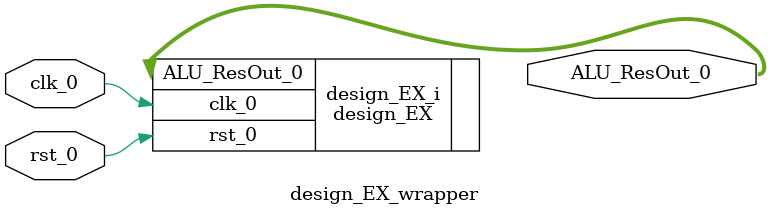
<source format=v>
`timescale 1 ps / 1 ps

module design_EX_wrapper
   (ALU_ResOut_0,
    clk_0,
    rst_0);
  output [31:0]ALU_ResOut_0;
  input clk_0;
  input rst_0;

  wire [31:0]ALU_ResOut_0;
  wire clk_0;
  wire rst_0;

  design_EX design_EX_i
       (.ALU_ResOut_0(ALU_ResOut_0),
        .clk_0(clk_0),
        .rst_0(rst_0));
endmodule

</source>
